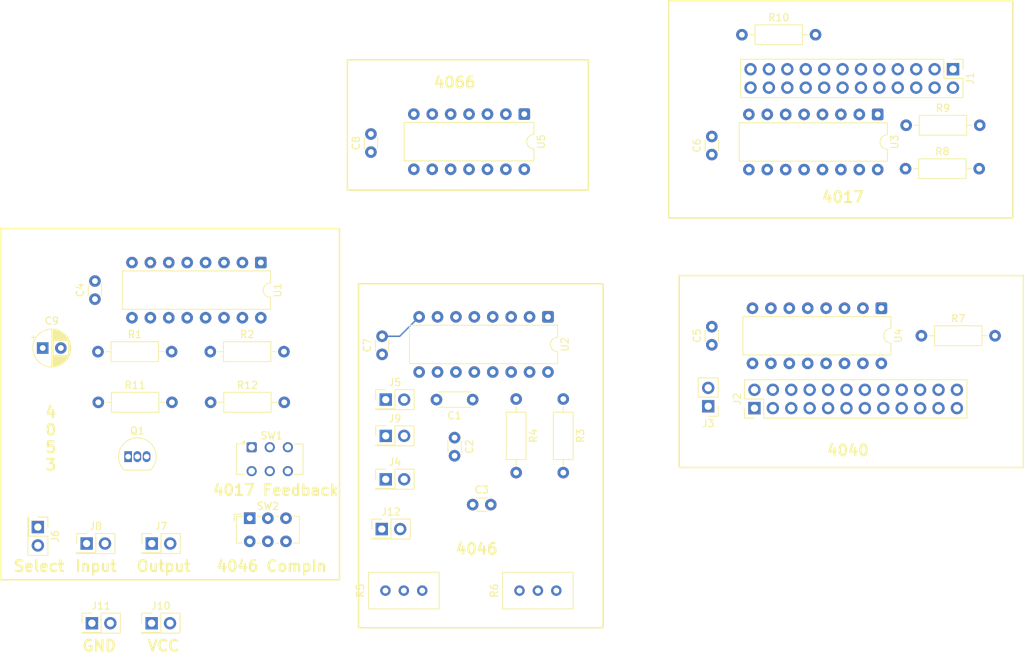
<source format=kicad_pcb>
(kicad_pcb (version 20241229) (generator "pcbnew") (generator_version "9.0")
  (layers (0 "F.Cu" signal) (2 "B.Cu" signal) (13 "F.Paste" user) (15 "B.Paste" user) (5 "F.SilkS" user "F.Silkscreen") (7 "B.SilkS" user "B.Silkscreen") (1 "F.Mask" user) (3 "B.Mask" user) (25 "Edge.Cuts" user))
  (net 0 "")
  (net 1 "Net-(U1-INH)")
  (net 2 "GND")
  (net 3 "Net-(U2-SigIn)")
  (net 4 "Net-(C3-Pad2)")
  (net 5 "/4040/Clock")
  (net 6 "/4040/Reset")
  (net 7 "/4046/SigIn")
  (net 13 "Net-(J1-Pin_13)")
  (net 15 "Net-(U2-C2)")
  (net 16 "Net-(U2-C1)")
  (net 17 "Net-(J1-Pin_24)")
  (net 18 "/4046/Comp")
  (net 26 "/4053/Select")
  (net 27 "Net-(U2-Inh)")
  (net 28 "Net-(U2-R1)")
  (net 31 "Net-(U2-VCOin)")
  (net 35 "VCC")
  (net 37 "Net-(U2-PC2)")
  (net 38 "/4017/Reset")
  (net 39 "/4017/ClockEnable")
  (net 40 "/4017/Clock")
  (net 41 "/4053/A")
  (net 44 "/4053/C")
  (net 45 "VDD")
  (net 46 "/4053/C1")
  (net 47 "/4053/B")
  (net 49 "/4053/B1")
  (net 50 "/4017/Q1")
  (net 51 "/4017/Q2")
  (net 52 "/4017/Q6")
  (net 53 "/4017/Q7")
  (net 54 "/4017/Q8")
  (net 55 "/4017/Q0")
  (net 56 "/4017/Q5")
  (net 57 "/4017/Q3")
  (net 58 "/4017/Q4")
  (net 59 "/4017/Q10")
  (net 60 "/4017/Q9")
  (net 62 "/4040/Q0")
  (net 63 "/4040/Q11")
  (net 64 "/4040/Q7")
  (net 65 "/4040/Q3")
  (net 66 "/4040/Q9")
  (net 67 "/4040/Q4")
  (net 68 "/4040/Q8")
  (net 69 "/4040/Q5")
  (net 70 "/4040/Q1")
  (net 71 "/4040/Q2")
  (net 72 "/4040/Q6")
  (net 73 "/4040/Q10")
  (net 88 "Net-(Q1-C)")
  (net 89 "/4066/Aen")
  (net 90 "Net-(Q1-B)")
  (net 91 "/4066/B2")
  (net 92 "/4066/Ben")
  (net 93 "/4066/B1")
  (net 94 "/4066/A2")
  (net 95 "/4066/A1")
  (footprint "Capacitor_THT:C_Disc_D4.3mm_W1.9mm_P5.00mm" (layer "F.Cu") (at 153.5 120.625 180)
    (property "Reference" "C1" (at 2.5 -2.2 0) (layer "F.SilkS"))
    (property "Value" "C1")
    (pad "1" thru_hole circle (at 0 0 180) (size 1.6 1.6) (drill 0.8) (layers "*.Cu" "*.Mask") (net 16 "Net-(U2-C1)"))
    (pad "2" thru_hole circle (at 5 0 180) (size 1.6 1.6) (drill 0.8) (layers "*.Cu" "*.Mask") (net 15 "Net-(U2-C2)"))
  )
  (footprint "Connector_PinHeader_2.54mm:PinHeader_2x01_P2.54mm_Vertical" (layer "F.Cu") (at 109.195 151.5)
    (property "Reference" "J10" (at 1.27 -2.38 0) (layer "F.SilkS"))
    (property "Value" "VCC")
    (pad "1" thru_hole rect (at 0 0) (size 1.7 1.7) (drill 1) (layers "*.Cu" "*.Mask"))
    (pad "2" thru_hole circle (at 2.54 0) (size 1.7 1.7) (drill 1) (layers "*.Cu" "*.Mask") (net 35 "VCC"))
  )
  (footprint "Package_DIP:DIP-14_W7.62mm" (layer "F.Cu") (at 160.62 81.195 -90)
    (property "Reference" "U5" (at 3.81 -2.33 90) (layer "F.SilkS"))
    (property "Value" "CD4066BE")
    (pad "1" thru_hole roundrect (at 0 0 270) (size 1.6 1.6) (drill 0.8) (layers "*.Cu" "*.Mask") (roundrect_rratio 0.15625) (net 95 "/4066/A1"))
    (pad "2" thru_hole circle (at 0 2.54 270) (size 1.6 1.6) (drill 0.8) (layers "*.Cu" "*.Mask") (net 94 "/4066/A2"))
    (pad "3" thru_hole circle (at 0 5.08 270) (size 1.6 1.6) (drill 0.8) (layers "*.Cu" "*.Mask") (net 91 "/4066/B2"))
    (pad "4" thru_hole circle (at 0 7.62 270) (size 1.6 1.6) (drill 0.8) (layers "*.Cu" "*.Mask") (net 93 "/4066/B1"))
    (pad "5" thru_hole circle (at 0 10.16 270) (size 1.6 1.6) (drill 0.8) (layers "*.Cu" "*.Mask") (net 92 "/4066/Ben"))
    (pad "6" thru_hole circle (at 0 12.7 270) (size 1.6 1.6) (drill 0.8) (layers "*.Cu" "*.Mask") (net 35 "VCC"))
    (pad "7" thru_hole circle (at 0 15.24 270) (size 1.6 1.6) (drill 0.8) (layers "*.Cu" "*.Mask") (net 2 "GND"))
    (pad "8" thru_hole circle (at 7.62 15.24 270) (size 1.6 1.6) (drill 0.8) (layers "*.Cu" "*.Mask") (net 49 "/4053/B1"))
    (pad "9" thru_hole circle (at 7.62 12.7 270) (size 1.6 1.6) (drill 0.8) (layers "*.Cu" "*.Mask") (net 46 "/4053/C1"))
    (pad "10" thru_hole circle (at 7.62 10.16 270) (size 1.6 1.6) (drill 0.8) (layers "*.Cu" "*.Mask") (net 40 "/4017/Clock"))
    (pad "11" thru_hole circle (at 7.62 7.62 270) (size 1.6 1.6) (drill 0.8) (layers "*.Cu" "*.Mask") (net 5 "/4040/Clock"))
    (pad "12" thru_hole circle (at 7.62 5.08 270) (size 1.6 1.6) (drill 0.8) (layers "*.Cu" "*.Mask") (net 26 "/4053/Select"))
    (pad "13" thru_hole circle (at 7.62 2.54 270) (size 1.6 1.6) (drill 0.8) (layers "*.Cu" "*.Mask") (net 89 "/4066/Aen"))
    (pad "14" thru_hole circle (at 7.62 0 270) (size 1.6 1.6) (drill 0.8) (layers "*.Cu" "*.Mask") (net 45 "VDD"))
  )
  (footprint "Resistor_THT:R_Axial_DIN0207_L6.3mm_D2.5mm_P10.16mm_Horizontal" (layer "F.Cu") (at 117.34 121)
    (property "Reference" "R12" (at 5.08 -2.37 0) (layer "F.SilkS"))
    (property "Value" "100k")
    (pad "1" thru_hole circle (at 0 0) (size 1.6 1.6) (drill 0.8) (layers "*.Cu" "*.Mask") (net 26 "/4053/Select"))
    (pad "2" thru_hole oval (at 10.16 0) (size 1.6 1.6) (drill 0.8) (layers "*.Cu" "*.Mask") (net 90 "Net-(Q1-B)"))
  )
  (footprint "Package_DIP:DIP-16_W7.62mm" (layer "F.Cu") (at 209.39 81.235 -90)
    (property "Reference" "U3" (at 3.81 -2.33 90) (layer "F.SilkS"))
    (property "Value" "4017")
    (pad "1" thru_hole roundrect (at 0 0 270) (size 1.6 1.6) (drill 0.8) (layers "*.Cu" "*.Mask") (roundrect_rratio 0.15625) (net 56 "/4017/Q5"))
    (pad "2" thru_hole circle (at 0 2.54 270) (size 1.6 1.6) (drill 0.8) (layers "*.Cu" "*.Mask") (net 50 "/4017/Q1"))
    (pad "3" thru_hole circle (at 0 5.08 270) (size 1.6 1.6) (drill 0.8) (layers "*.Cu" "*.Mask") (net 55 "/4017/Q0"))
    (pad "4" thru_hole circle (at 0 7.62 270) (size 1.6 1.6) (drill 0.8) (layers "*.Cu" "*.Mask") (net 51 "/4017/Q2"))
    (pad "5" thru_hole circle (at 0 10.16 270) (size 1.6 1.6) (drill 0.8) (layers "*.Cu" "*.Mask") (net 52 "/4017/Q6"))
    (pad "6" thru_hole circle (at 0 12.7 270) (size 1.6 1.6) (drill 0.8) (layers "*.Cu" "*.Mask") (net 53 "/4017/Q7"))
    (pad "7" thru_hole circle (at 0 15.24 270) (size 1.6 1.6) (drill 0.8) (layers "*.Cu" "*.Mask") (net 57 "/4017/Q3"))
    (pad "8" thru_hole circle (at 0 17.78 270) (size 1.6 1.6) (drill 0.8) (layers "*.Cu" "*.Mask"))
    (pad "9" thru_hole circle (at 7.62 17.78 270) (size 1.6 1.6) (drill 0.8) (layers "*.Cu" "*.Mask") (net 54 "/4017/Q8"))
    (pad "10" thru_hole circle (at 7.62 15.24 270) (size 1.6 1.6) (drill 0.8) (layers "*.Cu" "*.Mask") (net 58 "/4017/Q4"))
    (pad "11" thru_hole circle (at 7.62 12.7 270) (size 1.6 1.6) (drill 0.8) (layers "*.Cu" "*.Mask") (net 60 "/4017/Q9"))
    (pad "12" thru_hole circle (at 7.62 10.16 270) (size 1.6 1.6) (drill 0.8) (layers "*.Cu" "*.Mask") (net 59 "/4017/Q10"))
    (pad "13" thru_hole circle (at 7.62 7.62 270) (size 1.6 1.6) (drill 0.8) (layers "*.Cu" "*.Mask") (net 39 "/4017/ClockEnable"))
    (pad "14" thru_hole circle (at 7.62 5.08 270) (size 1.6 1.6) (drill 0.8) (layers "*.Cu" "*.Mask") (net 40 "/4017/Clock"))
    (pad "15" thru_hole circle (at 7.62 2.54 270) (size 1.6 1.6) (drill 0.8) (layers "*.Cu" "*.Mask") (net 38 "/4017/Reset"))
    (pad "16" thru_hole circle (at 7.62 0 270) (size 1.6 1.6) (drill 0.8) (layers "*.Cu" "*.Mask") (net 35 "VCC"))
  )
  (footprint "Resistor_THT:R_Axial_DIN0207_L6.3mm_D2.5mm_P10.16mm_Horizontal" (layer "F.Cu") (at 101.795 114)
    (property "Reference" "R1" (at 5.08 -2.37 0) (layer "F.SilkS"))
    (property "Value" "100K")
    (pad "1" thru_hole circle (at 0 0) (size 1.6 1.6) (drill 0.8) (layers "*.Cu" "*.Mask") (net 1 "Net-(U1-INH)"))
    (pad "2" thru_hole oval (at 10.16 0) (size 1.6 1.6) (drill 0.8) (layers "*.Cu" "*.Mask") (net 2 "GND"))
  )
  (footprint "Resistor_THT:R_Axial_DIN0207_L6.3mm_D2.5mm_P10.16mm_Horizontal" (layer "F.Cu") (at 190.65 70.235)
    (property "Reference" "R10" (at 5.08 -2.37 0) (layer "F.SilkS"))
    (property "Value" "100K")
    (pad "1" thru_hole circle (at 0 0) (size 1.6 1.6) (drill 0.8) (layers "*.Cu" "*.Mask") (net 40 "/4017/Clock"))
    (pad "2" thru_hole oval (at 10.16 0) (size 1.6 1.6) (drill 0.8) (layers "*.Cu" "*.Mask") (net 2 "GND"))
  )
  (footprint "Resistor_THT:R_Axial_DIN0207_L6.3mm_D2.5mm_P10.16mm_Horizontal" (layer "F.Cu") (at 213.23 88.735)
    (property "Reference" "R8" (at 5.08 -2.37 0) (layer "F.SilkS"))
    (property "Value" "100K")
    (pad "1" thru_hole circle (at 0 0) (size 1.6 1.6) (drill 0.8) (layers "*.Cu" "*.Mask") (net 38 "/4017/Reset"))
    (pad "2" thru_hole oval (at 10.16 0) (size 1.6 1.6) (drill 0.8) (layers "*.Cu" "*.Mask") (net 2 "GND"))
  )
  (footprint "Capacitor_THT:C_Disc_D3.0mm_W1.6mm_P2.50mm" (layer "F.Cu") (at 151 125.875 -90)
    (property "Reference" "C2" (at 1.25 -2.05 90) (layer "F.SilkS"))
    (property "Value" "1uF")
    (pad "1" thru_hole circle (at 0 0 270) (size 1.6 1.6) (drill 0.8) (layers "*.Cu" "*.Mask") (net 3 "Net-(U2-SigIn)"))
    (pad "2" thru_hole circle (at 2.5 0 270) (size 1.6 1.6) (drill 0.8) (layers "*.Cu" "*.Mask") (net 7 "/4046/SigIn"))
  )
  (footprint "Resistor_THT:R_Axial_DIN0207_L6.3mm_D2.5mm_P10.16mm_Horizontal" (layer "F.Cu") (at 215.42 111.805)
    (property "Reference" "R7" (at 5.08 -2.37 0) (layer "F.SilkS"))
    (property "Value" "100K")
    (pad "1" thru_hole circle (at 0 0) (size 1.6 1.6) (drill 0.8) (layers "*.Cu" "*.Mask") (net 6 "/4040/Reset"))
    (pad "2" thru_hole oval (at 10.16 0) (size 1.6 1.6) (drill 0.8) (layers "*.Cu" "*.Mask") (net 2 "GND"))
  )
  (footprint "Potentiometer_THT:Potentiometer_Bourns_3386C_Horizontal" (layer "F.Cu") (at 159.96 147 90)
    (property "Reference" "R6" (at 0 -3.475 90) (layer "F.SilkS"))
    (property "Value" "R6")
    (pad "1" thru_hole circle (at 0 0 90) (size 1.44 1.44) (drill 0.8) (layers "*.Cu" "*.Mask") (net 31 "Net-(U2-VCOin)"))
    (pad "2" thru_hole circle (at 0 2.54 90) (size 1.44 1.44) (drill 0.8) (layers "*.Cu" "*.Mask") (net 4 "Net-(C3-Pad2)"))
    (pad "3" thru_hole circle (at 0 5.08 90) (size 1.44 1.44) (drill 0.8) (layers "*.Cu" "*.Mask") (net 4 "Net-(C3-Pad2)"))
  )
  (footprint "Connector_PinHeader_2.54mm:PinHeader_2x01_P2.54mm_Vertical" (layer "F.Cu") (at 141.5 120.625)
    (property "Reference" "J5" (at 1.27 -2.38 0) (layer "F.SilkS"))
    (property "Value" "4046 Comp")
    (pad "1" thru_hole rect (at 0 0) (size 1.7 1.7) (drill 1) (layers "*.Cu" "*.Mask"))
    (pad "2" thru_hole circle (at 2.54 0) (size 1.7 1.7) (drill 1) (layers "*.Cu" "*.Mask") (net 18 "/4046/Comp"))
  )
  (footprint "Package_DIP:DIP-16_W7.62mm" (layer "F.Cu") (at 163.89 109.195 -90)
    (property "Reference" "U2" (at 3.81 -2.33 90) (layer "F.SilkS"))
    (property "Value" "4046")
    (pad "1" thru_hole roundrect (at 0 0 270) (size 1.6 1.6) (drill 0.8) (layers "*.Cu" "*.Mask") (roundrect_rratio 0.15625))
    (pad "2" thru_hole circle (at 0 2.54 270) (size 1.6 1.6) (drill 0.8) (layers "*.Cu" "*.Mask"))
    (pad "3" thru_hole circle (at 0 5.08 270) (size 1.6 1.6) (drill 0.8) (layers "*.Cu" "*.Mask") (net 18 "/4046/Comp"))
    (pad "4" thru_hole circle (at 0 7.62 270) (size 1.6 1.6) (drill 0.8) (layers "*.Cu" "*.Mask") (net 5 "/4040/Clock"))
    (pad "5" thru_hole circle (at 0 10.16 270) (size 1.6 1.6) (drill 0.8) (layers "*.Cu" "*.Mask") (net 27 "Net-(U2-Inh)"))
    (pad "6" thru_hole circle (at 0 12.7 270) (size 1.6 1.6) (drill 0.8) (layers "*.Cu" "*.Mask") (net 16 "Net-(U2-C1)"))
    (pad "7" thru_hole circle (at 0 15.24 270) (size 1.6 1.6) (drill 0.8) (layers "*.Cu" "*.Mask") (net 15 "Net-(U2-C2)"))
    (pad "8" thru_hole circle (at 0 17.78 270) (size 1.6 1.6) (drill 0.8) (layers "*.Cu" "*.Mask") (net 2 "GND"))
    (pad "9" thru_hole circle (at 7.62 17.78 270) (size 1.6 1.6) (drill 0.8) (layers "*.Cu" "*.Mask") (net 31 "Net-(U2-VCOin)"))
    (pad "10" thru_hole circle (at 7.62 15.24 270) (size 1.6 1.6) (drill 0.8) (layers "*.Cu" "*.Mask"))
    (pad "11" thru_hole circle (at 7.62 12.7 270) (size 1.6 1.6) (drill 0.8) (layers "*.Cu" "*.Mask") (net 28 "Net-(U2-R1)"))
    (pad "12" thru_hole circle (at 7.62 10.16 270) (size 1.6 1.6) (drill 0.8) (layers "*.Cu" "*.Mask"))
    (pad "13" thru_hole circle (at 7.62 7.62 270) (size 1.6 1.6) (drill 0.8) (layers "*.Cu" "*.Mask") (net 37 "Net-(U2-PC2)"))
    (pad "14" thru_hole circle (at 7.62 5.08 270) (size 1.6 1.6) (drill 0.8) (layers "*.Cu" "*.Mask") (net 3 "Net-(U2-SigIn)"))
    (pad "15" thru_hole circle (at 7.62 2.54 270) (size 1.6 1.6) (drill 0.8) (layers "*.Cu" "*.Mask"))
    (pad "16" thru_hole circle (at 7.62 0 270) (size 1.6 1.6) (drill 0.8) (layers "*.Cu" "*.Mask") (net 35 "VCC"))
  )
  (footprint "Package_DIP:DIP-16_W7.62mm" (layer "F.Cu") (at 124.265 101.695 -90)
    (property "Reference" "U1" (at 3.81 -2.33 90) (layer "F.SilkS"))
    (property "Value" "CD4053B")
    (pad "1" thru_hole roundrect (at 0 0 270) (size 1.6 1.6) (drill 0.8) (layers "*.Cu" "*.Mask") (roundrect_rratio 0.15625) (net 49 "/4053/B1"))
    (pad "2" thru_hole circle (at 0 2.54 270) (size 1.6 1.6) (drill 0.8) (layers "*.Cu" "*.Mask") (net 7 "/4046/SigIn"))
    (pad "3" thru_hole circle (at 0 5.08 270) (size 1.6 1.6) (drill 0.8) (layers "*.Cu" "*.Mask") (net 46 "/4053/C1"))
    (pad "4" thru_hole circle (at 0 7.62 270) (size 1.6 1.6) (drill 0.8) (layers "*.Cu" "*.Mask") (net 44 "/4053/C"))
    (pad "5" thru_hole circle (at 0 10.16 270) (size 1.6 1.6) (drill 0.8) (layers "*.Cu" "*.Mask") (net 5 "/4040/Clock"))
    (pad "6" thru_hole circle (at 0 12.7 270) (size 1.6 1.6) (drill 0.8) (layers "*.Cu" "*.Mask") (net 1 "Net-(U1-INH)"))
    (pad "7" thru_hole circle (at 0 15.24 270) (size 1.6 1.6) (drill 0.8) (layers "*.Cu" "*.Mask") (net 2 "GND"))
    (pad "8" thru_hole circle (at 0 17.78 270) (size 1.6 1.6) (drill 0.8) (layers "*.Cu" "*.Mask") (net 2 "GND"))
    (pad "9" thru_hole circle (at 7.62 17.78 270) (size 1.6 1.6) (drill 0.8) (layers "*.Cu" "*.Mask") (net 26 "/4053/Select"))
    (pad "10" thru_hole circle (at 7.62 15.24 270) (size 1.6 1.6) (drill 0.8) (layers "*.Cu" "*.Mask") (net 26 "/4053/Select"))
    (pad "11" thru_hole circle (at 7.62 12.7 270) (size 1.6 1.6) (drill 0.8) (layers "*.Cu" "*.Mask") (net 26 "/4053/Select"))
    (pad "12" thru_hole circle (at 7.62 10.16 270) (size 1.6 1.6) (drill 0.8) (layers "*.Cu" "*.Mask") (net 40 "/4017/Clock"))
    (pad "13" thru_hole circle (at 7.62 7.62 270) (size 1.6 1.6) (drill 0.8) (layers "*.Cu" "*.Mask") (net 7 "/4046/SigIn"))
    (pad "14" thru_hole circle (at 7.62 5.08 270) (size 1.6 1.6) (drill 0.8) (layers "*.Cu" "*.Mask") (net 41 "/4053/A"))
    (pad "15" thru_hole circle (at 7.62 2.54 270) (size 1.6 1.6) (drill 0.8) (layers "*.Cu" "*.Mask") (net 47 "/4053/B"))
    (pad "16" thru_hole circle (at 7.62 0 270) (size 1.6 1.6) (drill 0.8) (layers "*.Cu" "*.Mask") (net 45 "VDD"))
  )
  (footprint "Capacitor_THT:C_Disc_D3.0mm_W1.6mm_P2.50mm" (layer "F.Cu") (at 139.46 86.445 90)
    (property "Reference" "C8" (at 1.25 -2.05 90) (layer "F.SilkS"))
    (property "Value" "100nF")
    (pad "1" thru_hole circle (at 0 0 90) (size 1.6 1.6) (drill 0.8) (layers "*.Cu" "*.Mask") (net 35 "VCC"))
    (pad "2" thru_hole circle (at 2.5 0 90) (size 1.6 1.6) (drill 0.8) (layers "*.Cu" "*.Mask") (net 2 "GND"))
  )
  (footprint "Connector_PinHeader_2.54mm:PinHeader_2x01_P2.54mm_Vertical" (layer "F.Cu") (at 109.225 140.5)
    (property "Reference" "J7" (at 1.27 -2.38 0) (layer "F.SilkS"))
    (property "Value" "Output")
    (pad "1" thru_hole rect (at 0 0) (size 1.7 1.7) (drill 1) (layers "*.Cu" "*.Mask") (net 44 "/4053/C"))
    (pad "2" thru_hole circle (at 2.54 0) (size 1.7 1.7) (drill 1) (layers "*.Cu" "*.Mask"))
  )
  (footprint "Capacitor_THT:C_Disc_D3.0mm_W1.6mm_P2.50mm" (layer "F.Cu") (at 101.375 106.75 90)
    (property "Reference" "C4" (at 1.25 -2.05 90) (layer "F.SilkS"))
    (property "Value" "100nF")
    (pad "1" thru_hole circle (at 0 0 90) (size 1.6 1.6) (drill 0.8) (layers "*.Cu" "*.Mask") (net 35 "VCC"))
    (pad "2" thru_hole circle (at 2.5 0 90) (size 1.6 1.6) (drill 0.8) (layers "*.Cu" "*.Mask") (net 2 "GND"))
  )
  (footprint "Button_Switch_THT:SW_E-Switch_EG1271_SPDT" (layer "F.Cu") (at 122.735 137)
    (property "Reference" "SW2" (at 2.5 -1.65 0) (layer "F.SilkS"))
    (property "Value" "4046 CompIn")
    (pad "1" thru_hole rect (at 0 0) (size 1.6 1.6) (drill 0.8) (layers "*.Cu" "*.Mask") (net 49 "/4053/B1"))
    (pad "2" thru_hole circle (at 2.5 0) (size 1.6 1.6) (drill 0.8) (layers "*.Cu" "*.Mask") (net 18 "/4046/Comp"))
    (pad "3" thru_hole circle (at 5 0) (size 1.6 1.6) (drill 0.8) (layers "*.Cu" "*.Mask"))
    (pad "4" thru_hole circle (at 0 3.2) (size 1.6 1.6) (drill 0.8) (layers "*.Cu" "*.Mask"))
    (pad "5" thru_hole circle (at 2.5 3.2) (size 1.6 1.6) (drill 0.8) (layers "*.Cu" "*.Mask"))
    (pad "6" thru_hole circle (at 5 3.2) (size 1.6 1.6) (drill 0.8) (layers "*.Cu" "*.Mask"))
  )
  (footprint "Connector_PinHeader_2.54mm:PinHeader_2x01_P2.54mm_Vertical" (layer "F.Cu") (at 141.5 125.625)
    (property "Reference" "J9" (at 1.27 -2.38 0) (layer "F.SilkS"))
    (property "Value" "4046 SigIn")
    (pad "1" thru_hole rect (at 0 0) (size 1.7 1.7) (drill 1) (layers "*.Cu" "*.Mask"))
    (pad "2" thru_hole circle (at 2.54 0) (size 1.7 1.7) (drill 1) (layers "*.Cu" "*.Mask") (net 7 "/4046/SigIn"))
  )
  (footprint "Connector_PinHeader_2.54mm:PinHeader_1x02_P2.54mm_Vertical" (layer "F.Cu") (at 186 121.54 180)
    (property "Reference" "J3" (at 0 -2.38 0) (layer "F.SilkS"))
    (property "Value" "4040 Input")
    (pad "1" thru_hole rect (at 0 0 180) (size 1.7 1.7) (drill 1) (layers "*.Cu" "*.Mask") (net 5 "/4040/Clock"))
    (pad "2" thru_hole circle (at 0 2.54 180) (size 1.7 1.7) (drill 1) (layers "*.Cu" "*.Mask") (net 6 "/4040/Reset"))
  )
  (footprint "Resistor_THT:R_Axial_DIN0207_L6.3mm_D2.5mm_P10.16mm_Horizontal" (layer "F.Cu") (at 117.295 114)
    (property "Reference" "R2" (at 5.08 -2.37 0) (layer "F.SilkS"))
    (property "Value" "100K")
    (pad "1" thru_hole circle (at 0 0) (size 1.6 1.6) (drill 0.8) (layers "*.Cu" "*.Mask") (net 26 "/4053/Select"))
    (pad "2" thru_hole oval (at 10.16 0) (size 1.6 1.6) (drill 0.8) (layers "*.Cu" "*.Mask") (net 2 "GND"))
  )
  (footprint "Capacitor_THT:C_Disc_D3.0mm_W1.6mm_P2.50mm" (layer "F.Cu") (at 186.5 86.79 90)
    (property "Reference" "C6" (at 1.25 -2.05 90) (layer "F.SilkS"))
    (property "Value" "100nF")
    (pad "1" thru_hole circle (at 0 0 90) (size 1.6 1.6) (drill 0.8) (layers "*.Cu" "*.Mask") (net 35 "VCC"))
    (pad "2" thru_hole circle (at 2.5 0 90) (size 1.6 1.6) (drill 0.8) (layers "*.Cu" "*.Mask") (net 2 "GND"))
  )
  (footprint "Resistor_THT:R_Axial_DIN0207_L6.3mm_D2.5mm_P10.16mm_Horizontal" (layer "F.Cu") (at 213.31 82.735)
    (property "Reference" "R9" (at 5.08 -2.37 0) (layer "F.SilkS"))
    (property "Value" "100K")
    (pad "1" thru_hole circle (at 0 0) (size 1.6 1.6) (drill 0.8) (layers "*.Cu" "*.Mask") (net 39 "/4017/ClockEnable"))
    (pad "2" thru_hole oval (at 10.16 0) (size 1.6 1.6) (drill 0.8) (layers "*.Cu" "*.Mask") (net 2 "GND"))
  )
  (footprint "Connector_PinHeader_2.54mm:PinHeader_2x01_P2.54mm_Vertical" (layer "F.Cu") (at 100.96 151.5)
    (property "Reference" "J11" (at 1.27 -2.38 0) (layer "F.SilkS"))
    (property "Value" "GND")
    (pad "1" thru_hole rect (at 0 0) (size 1.7 1.7) (drill 1) (layers "*.Cu" "*.Mask") (net 2 "GND"))
    (pad "2" thru_hole circle (at 2.54 0) (size 1.7 1.7) (drill 1) (layers "*.Cu" "*.Mask"))
  )
  (footprint "Package_DIP:DIP-16_W7.62mm" (layer "F.Cu") (at 209.89 108 -90)
    (property "Reference" "U4" (at 3.81 -2.33 90) (layer "F.SilkS"))
    (property "Value" "4040")
    (pad "1" thru_hole roundrect (at 0 0 270) (size 1.6 1.6) (drill 0.8) (layers "*.Cu" "*.Mask") (roundrect_rratio 0.15625) (net 63 "/4040/Q11"))
    (pad "2" thru_hole circle (at 0 2.54 270) (size 1.6 1.6) (drill 0.8) (layers "*.Cu" "*.Mask") (net 69 "/4040/Q5"))
    (pad "3" thru_hole circle (at 0 5.08 270) (size 1.6 1.6) (drill 0.8) (layers "*.Cu" "*.Mask") (net 67 "/4040/Q4"))
    (pad "4" thru_hole circle (at 0 7.62 270) (size 1.6 1.6) (drill 0.8) (layers "*.Cu" "*.Mask") (net 72 "/4040/Q6"))
    (pad "5" thru_hole circle (at 0 10.16 270) (size 1.6 1.6) (drill 0.8) (layers "*.Cu" "*.Mask") (net 65 "/4040/Q3"))
    (pad "6" thru_hole circle (at 0 12.7 270) (size 1.6 1.6) (drill 0.8) (layers "*.Cu" "*.Mask") (net 71 "/4040/Q2"))
    (pad "7" thru_hole circle (at 0 15.24 270) (size 1.6 1.6) (drill 0.8) (layers "*.Cu" "*.Mask") (net 70 "/4040/Q1"))
    (pad "8" thru_hole circle (at 0 17.78 270) (size 1.6 1.6) (drill 0.8) (layers "*.Cu" "*.Mask") (net 2 "GND"))
    (pad "9" thru_hole circle (at 7.62 17.78 270) (size 1.6 1.6) (drill 0.8) (layers "*.Cu" "*.Mask") (net 62 "/4040/Q0"))
    (pad "10" thru_hole circle (at 7.62 15.24 270) (size 1.6 1.6) (drill 0.8) (layers "*.Cu" "*.Mask") (net 5 "/4040/Clock"))
    (pad "11" thru_hole circle (at 7.62 12.7 270) (size 1.6 1.6) (drill 0.8) (layers "*.Cu" "*.Mask") (net 6 "/4040/Reset"))
    (pad "12" thru_hole circle (at 7.62 10.16 270) (size 1.6 1.6) (drill 0.8) (layers "*.Cu" "*.Mask") (net 68 "/4040/Q8"))
    (pad "13" thru_hole circle (at 7.62 7.62 270) (size 1.6 1.6) (drill 0.8) (layers "*.Cu" "*.Mask") (net 64 "/4040/Q7"))
    (pad "14" thru_hole circle (at 7.62 5.08 270) (size 1.6 1.6) (drill 0.8) (layers "*.Cu" "*.Mask") (net 66 "/4040/Q9"))
    (pad "15" thru_hole circle (at 7.62 2.54 270) (size 1.6 1.6) (drill 0.8) (layers "*.Cu" "*.Mask") (net 73 "/4040/Q10"))
    (pad "16" thru_hole circle (at 7.62 0 270) (size 1.6 1.6) (drill 0.8) (layers "*.Cu" "*.Mask") (net 35 "VCC"))
  )
  (footprint "Connector_PinHeader_2.54mm:PinHeader_2x01_P2.54mm_Vertical" (layer "F.Cu") (at 93.5 138.225 -90)
    (property "Reference" "J6" (at 1.27 -2.38 90) (layer "F.SilkS"))
    (property "Value" "Select")
    (pad "1" thru_hole rect (at 0 0 270) (size 1.7 1.7) (drill 1) (layers "*.Cu" "*.Mask"))
    (pad "2" thru_hole circle (at 2.54 0 270) (size 1.7 1.7) (drill 1) (layers "*.Cu" "*.Mask") (net 26 "/4053/Select"))
  )
  (footprint "Button_Switch_THT:SW_CK_JS202011CQN_DPDT_Straight" (layer "F.Cu") (at 123 127.2)
    (property "Reference" "SW1" (at 2.75 -1.6 0) (layer "F.SilkS"))
    (property "Value" "4017 Feedback")
    (pad "1" thru_hole roundrect (at 0 0) (size 1.4 1.4) (drill 0.9) (layers "*.Cu" "*.Mask") (roundrect_rratio 0.1785714286) (net 17 "Net-(J1-Pin_24)"))
    (pad "2" thru_hole circle (at 2.5 0) (size 1.4 1.4) (drill 0.9) (layers "*.Cu" "*.Mask") (net 47 "/4053/B"))
    (pad "3" thru_hole circle (at 5 0) (size 1.4 1.4) (drill 0.9) (layers "*.Cu" "*.Mask") (net 13 "Net-(J1-Pin_13)"))
    (pad "4" thru_hole circle (at 5 3.3) (size 1.4 1.4) (drill 0.9) (layers "*.Cu" "*.Mask"))
    (pad "5" thru_hole circle (at 2.5 3.3) (size 1.4 1.4) (drill 0.9) (layers "*.Cu" "*.Mask"))
    (pad "6" thru_hole circle (at 0 3.3) (size 1.4 1.4) (drill 0.9) (layers "*.Cu" "*.Mask"))
  )
  (footprint "Connector_PinHeader_2.54mm:PinHeader_2x12_P2.54mm_Vertical" (layer "F.Cu") (at 192.38 121.805 90)
    (property "Reference" "J2" (at 1.27 -2.38 90) (layer "F.SilkS"))
    (property "Value" "4040 Out")
    (pad "1" thru_hole rect (at 0 0 90) (size 1.7 1.7) (drill 1) (layers "*.Cu" "*.Mask") (net 62 "/4040/Q0"))
    (pad "2" thru_hole circle (at 2.54 0 90) (size 1.7 1.7) (drill 1) (layers "*.Cu" "*.Mask") (net 70 "/4040/Q1"))
    (pad "3" thru_hole circle (at 0 2.54 90) (size 1.7 1.7) (drill 1) (layers "*.Cu" "*.Mask") (net 71 "/4040/Q2"))
    (pad "4" thru_hole circle (at 2.54 2.54 90) (size 1.7 1.7) (drill 1) (layers "*.Cu" "*.Mask") (net 65 "/4040/Q3"))
    (pad "5" thru_hole circle (at 0 5.08 90) (size 1.7 1.7) (drill 1) (layers "*.Cu" "*.Mask") (net 67 "/4040/Q4"))
    (pad "6" thru_hole circle (at 2.54 5.08 90) (size 1.7 1.7) (drill 1) (layers "*.Cu" "*.Mask") (net 69 "/4040/Q5"))
    (pad "7" thru_hole circle (at 0 7.62 90) (size 1.7 1.7) (drill 1) (layers "*.Cu" "*.Mask") (net 72 "/4040/Q6"))
    (pad "8" thru_hole circle (at 2.54 7.62 90) (size 1.7 1.7) (drill 1) (layers "*.Cu" "*.Mask") (net 64 "/4040/Q7"))
    (pad "9" thru_hole circle (at 0 10.16 90) (size 1.7 1.7) (drill 1) (layers "*.Cu" "*.Mask") (net 68 "/4040/Q8"))
    (pad "10" thru_hole circle (at 2.54 10.16 90) (size 1.7 1.7) (drill 1) (layers "*.Cu" "*.Mask") (net 66 "/4040/Q9"))
    (pad "11" thru_hole circle (at 0 12.7 90) (size 1.7 1.7) (drill 1) (layers "*.Cu" "*.Mask") (net 73 "/4040/Q10"))
    (pad "12" thru_hole circle (at 2.54 12.7 90) (size 1.7 1.7) (drill 1) (layers "*.Cu" "*.Mask") (net 63 "/4040/Q11"))
    (pad "13" thru_hole circle (at 0 15.24 90) (size 1.7 1.7) (drill 1) (layers "*.Cu" "*.Mask"))
    (pad "14" thru_hole circle (at 2.54 15.24 90) (size 1.7 1.7) (drill 1) (layers "*.Cu" "*.Mask"))
    (pad "15" thru_hole circle (at 0 17.78 90) (size 1.7 1.7) (drill 1) (layers "*.Cu" "*.Mask") (net 46 "/4053/C1"))
    (pad "16" thru_hole circle (at 2.54 17.78 90) (size 1.7 1.7) (drill 1) (layers "*.Cu" "*.Mask"))
    (pad "17" thru_hole circle (at 0 20.32 90) (size 1.7 1.7) (drill 1) (layers "*.Cu" "*.Mask"))
    (pad "18" thru_hole circle (at 2.54 20.32 90) (size 1.7 1.7) (drill 1) (layers "*.Cu" "*.Mask"))
    (pad "19" thru_hole circle (at 0 22.86 90) (size 1.7 1.7) (drill 1) (layers "*.Cu" "*.Mask"))
    (pad "20" thru_hole circle (at 2.54 22.86 90) (size 1.7 1.7) (drill 1) (layers "*.Cu" "*.Mask"))
    (pad "21" thru_hole circle (at 0 25.4 90) (size 1.7 1.7) (drill 1) (layers "*.Cu" "*.Mask"))
    (pad "22" thru_hole circle (at 2.54 25.4 90) (size 1.7 1.7) (drill 1) (layers "*.Cu" "*.Mask"))
    (pad "23" thru_hole circle (at 0 27.94 90) (size 1.7 1.7) (drill 1) (layers "*.Cu" "*.Mask"))
    (pad "24" thru_hole circle (at 2.54 27.94 90) (size 1.7 1.7) (drill 1) (layers "*.Cu" "*.Mask"))
  )
  (footprint "Potentiometer_THT:Potentiometer_Bourns_3386C_Horizontal" (layer "F.Cu") (at 141.46 147 90)
    (property "Reference" "R5" (at 0 -3.475 90) (layer "F.SilkS"))
    (property "Value" "R5")
    (pad "1" thru_hole circle (at 0 0 90) (size 1.44 1.44) (drill 0.8) (layers "*.Cu" "*.Mask") (net 37 "Net-(U2-PC2)"))
    (pad "2" thru_hole circle (at 0 2.54 90) (size 1.44 1.44) (drill 0.8) (layers "*.Cu" "*.Mask") (net 31 "Net-(U2-VCOin)"))
    (pad "3" thru_hole circle (at 0 5.08 90) (size 1.44 1.44) (drill 0.8) (layers "*.Cu" "*.Mask") (net 31 "Net-(U2-VCOin)"))
  )
  (footprint "Resistor_THT:R_Axial_DIN0207_L6.3mm_D2.5mm_P10.16mm_Horizontal" (layer "F.Cu") (at 101.84 121)
    (property "Reference" "R11" (at 5.08 -2.37 0) (layer "F.SilkS"))
    (property "Value" "10k")
    (pad "1" thru_hole circle (at 0 0) (size 1.6 1.6) (drill 0.8) (layers "*.Cu" "*.Mask") (net 35 "VCC"))
    (pad "2" thru_hole oval (at 10.16 0) (size 1.6 1.6) (drill 0.8) (layers "*.Cu" "*.Mask") (net 88 "Net-(Q1-C)"))
  )
  (footprint "Connector_PinHeader_2.54mm:PinHeader_2x01_P2.54mm_Vertical" (layer "F.Cu") (at 140.96 138.5)
    (property "Reference" "J12" (at 1.27 -2.38 0) (layer "F.SilkS"))
    (property "Value" "4046 Comp In")
    (pad "1" thru_hole rect (at 0 0) (size 1.7 1.7) (drill 1) (layers "*.Cu" "*.Mask") (net 49 "/4053/B1"))
    (pad "2" thru_hole circle (at 2.54 0) (size 1.7 1.7) (drill 1) (layers "*.Cu" "*.Mask"))
  )
  (footprint "Package_TO_SOT_THT:TO-92_Inline" (layer "F.Cu") (at 105.96 128.5)
    (property "Reference" "Q1" (at 1.27 -3.56 0) (layer "F.SilkS"))
    (property "Value" "2N3904")
    (pad "1" thru_hole rect (at 0 0) (size 1.05 1.5) (drill 0.75) (layers "*.Cu" "*.Mask") (net 2 "GND"))
    (pad "2" thru_hole oval (at 1.27 0) (size 1.05 1.5) (drill 0.75) (layers "*.Cu" "*.Mask") (net 90 "Net-(Q1-B)"))
    (pad "3" thru_hole oval (at 2.54 0) (size 1.05 1.5) (drill 0.75) (layers "*.Cu" "*.Mask") (net 88 "Net-(Q1-C)"))
  )
  (footprint "Connector_PinHeader_2.54mm:PinHeader_2x01_P2.54mm_Vertical" (layer "F.Cu") (at 141.5 131.625)
    (property "Reference" "J4" (at 1.27 -2.38 0) (layer "F.SilkS"))
    (property "Value" "4046 Out")
    (pad "1" thru_hole rect (at 0 0) (size 1.7 1.7) (drill 1) (layers "*.Cu" "*.Mask") (net 5 "/4040/Clock"))
    (pad "2" thru_hole circle (at 2.54 0) (size 1.7 1.7) (drill 1) (layers "*.Cu" "*.Mask"))
  )
  (footprint "Resistor_THT:R_Axial_DIN0207_L6.3mm_D2.5mm_P10.16mm_Horizontal" (layer "F.Cu") (at 166 120.545 -90)
    (property "Reference" "R3" (at 5.08 -2.37 90) (layer "F.SilkS"))
    (property "Value" "100K")
    (pad "1" thru_hole circle (at 0 0 270) (size 1.6 1.6) (drill 0.8) (layers "*.Cu" "*.Mask") (net 27 "Net-(U2-Inh)"))
    (pad "2" thru_hole oval (at 10.16 0 270) (size 1.6 1.6) (drill 0.8) (layers "*.Cu" "*.Mask") (net 2 "GND"))
  )
  (footprint "Capacitor_THT:CP_Radial_D5.0mm_P2.50mm" (layer "F.Cu") (at 94.169888 113.5)
    (property "Reference" "C9" (at 1.25 -3.75 0) (layer "F.SilkS"))
    (property "Value" "10uF")
    (pad "1" thru_hole rect (at 0 0) (size 1.6 1.6) (drill 0.8) (layers "*.Cu" "*.Mask") (net 35 "VCC"))
    (pad "2" thru_hole circle (at 2.5 0) (size 1.6 1.6) (drill 0.8) (layers "*.Cu" "*.Mask") (net 2 "GND"))
  )
  (footprint "Capacitor_THT:C_Disc_D3.0mm_W1.6mm_P2.50mm" (layer "F.Cu") (at 141 114.375 90)
    (property "Reference" "C7" (at 1.25 -2.05 90) (layer "F.SilkS"))
    (property "Value" "100nF")
    (pad "1" thru_hole circle (at 0 0 90) (size 1.6 1.6) (drill 0.8) (layers "*.Cu" "*.Mask") (net 35 "VCC"))
    (pad "2" thru_hole circle (at 2.5 0 90) (size 1.6 1.6) (drill 0.8) (layers "*.Cu" "*.Mask") (net 2 "GND"))
  )
  (footprint "Capacitor_THT:C_Disc_D3.0mm_W1.6mm_P2.50mm" (layer "F.Cu") (at 153.5 135.125)
    (property "Reference" "C3" (at 1.25 -2.05 0) (layer "F.SilkS"))
    (property "Value" "1uF")
    (pad "1" thru_hole circle (at 0 0) (size 1.6 1.6) (drill 0.8) (layers "*.Cu" "*.Mask") (net 2 "GND"))
    (pad "2" thru_hole circle (at 2.5 0) (size 1.6 1.6) (drill 0.8) (layers "*.Cu" "*.Mask") (net 4 "Net-(C3-Pad2)"))
  )
  (footprint "Connector_PinHeader_2.54mm:PinHeader_2x01_P2.54mm_Vertical" (layer "F.Cu") (at 100.225 140.5)
    (property "Reference" "J8" (at 1.27 -2.38 0) (layer "F.SilkS"))
    (property "Value" "Input")
    (pad "1" thru_hole rect (at 0 0) (size 1.7 1.7) (drill 1) (layers "*.Cu" "*.Mask"))
    (pad "2" thru_hole circle (at 2.54 0) (size 1.7 1.7) (drill 1) (layers "*.Cu" "*.Mask") (net 41 "/4053/A"))
  )
  (footprint "Capacitor_THT:C_Disc_D3.0mm_W1.6mm_P2.50mm" (layer "F.Cu") (at 186.5 113.055 90)
    (property "Reference" "C5" (at 1.25 -2.05 90) (layer "F.SilkS"))
    (property "Value" "100nF")
    (pad "1" thru_hole circle (at 0 0 90) (size 1.6 1.6) (drill 0.8) (layers "*.Cu" "*.Mask") (net 35 "VCC"))
    (pad "2" thru_hole circle (at 2.5 0 90) (size 1.6 1.6) (drill 0.8) (layers "*.Cu" "*.Mask") (net 2 "GND"))
  )
  (footprint "Resistor_THT:R_Axial_DIN0207_L6.3mm_D2.5mm_P10.16mm_Horizontal" (layer "F.Cu") (at 159.5 120.545 -90)
    (property "Reference" "R4" (at 5.08 -2.37 90) (layer "F.SilkS"))
    (property "Value" "100K")
    (pad "1" thru_hole circle (at 0 0 270) (size 1.6 1.6) (drill 0.8) (layers "*.Cu" "*.Mask") (net 28 "Net-(U2-R1)"))
    (pad "2" thru_hole oval (at 10.16 0 270) (size 1.6 1.6) (drill 0.8) (layers "*.Cu" "*.Mask") (net 2 "GND"))
  )
  (footprint "Connector_PinHeader_2.54mm:PinHeader_2x12_P2.54mm_Vertical" (layer "F.Cu") (at 219.78 75 -90)
    (property "Reference" "J1" (at 1.27 -2.38 270) (layer "F.SilkS"))
    (property "Value" "4017 Out")
    (pad "1" thru_hole rect (at 0 0 270) (size 1.7 1.7) (drill 1) (layers "*.Cu" "*.Mask") (net 55 "/4017/Q0"))
    (pad "2" thru_hole circle (at 2.54 0 270) (size 1.7 1.7) (drill 1) (layers "*.Cu" "*.Mask") (net 50 "/4017/Q1"))
    (pad "3" thru_hole circle (at 0 2.54 270) (size 1.7 1.7) (drill 1) (layers "*.Cu" "*.Mask") (net 51 "/4017/Q2"))
    (pad "4" thru_hole circle (at 2.54 2.54 270) (size 1.7 1.7) (drill 1) (layers "*.Cu" "*.Mask") (net 57 "/4017/Q3"))
    (pad "5" thru_hole circle (at 0 5.08 270) (size 1.7 1.7) (drill 1) (layers "*.Cu" "*.Mask") (net 58 "/4017/Q4"))
    (pad "6" thru_hole circle (at 2.54 5.08 270) (size 1.7 1.7) (drill 1) (layers "*.Cu" "*.Mask") (net 56 "/4017/Q5"))
    (pad "7" thru_hole circle (at 0 7.62 270) (size 1.7 1.7) (drill 1) (layers "*.Cu" "*.Mask") (net 52 "/4017/Q6"))
    (pad "8" thru_hole circle (at 2.54 7.62 270) (size 1.7 1.7) (drill 1) (layers "*.Cu" "*.Mask") (net 53 "/4017/Q7"))
    (pad "9" thru_hole circle (at 0 10.16 270) (size 1.7 1.7) (drill 1) (layers "*.Cu" "*.Mask") (net 54 "/4017/Q8"))
    (pad "10" thru_hole circle (at 2.54 10.16 270) (size 1.7 1.7) (drill 1) (layers "*.Cu" "*.Mask") (net 60 "/4017/Q9"))
    (pad "11" thru_hole circle (at 0 12.7 270) (size 1.7 1.7) (drill 1) (layers "*.Cu" "*.Mask") (net 59 "/4017/Q10"))
    (pad "12" thru_hole circle (at 2.54 12.7 270) (size 1.7 1.7) (drill 1) (layers "*.Cu" "*.Mask") (net 38 "/4017/Reset"))
    (pad "13" thru_hole circle (at 0 15.24 270) (size 1.7 1.7) (drill 1) (layers "*.Cu" "*.Mask") (net 13 "Net-(J1-Pin_13)"))
    (pad "14" thru_hole circle (at 2.54 15.24 270) (size 1.7 1.7) (drill 1) (layers "*.Cu" "*.Mask"))
    (pad "15" thru_hole circle (at 0 17.78 270) (size 1.7 1.7) (drill 1) (layers "*.Cu" "*.Mask"))
    (pad "16" thru_hole circle (at 2.54 17.78 270) (size 1.7 1.7) (drill 1) (layers "*.Cu" "*.Mask"))
    (pad "17" thru_hole circle (at 0 20.32 270) (size 1.7 1.7) (drill 1) (layers "*.Cu" "*.Mask"))
    (pad "18" thru_hole circle (at 2.54 20.32 270) (size 1.7 1.7) (drill 1) (layers "*.Cu" "*.Mask"))
    (pad "19" thru_hole circle (at 0 22.86 270) (size 1.7 1.7) (drill 1) (layers "*.Cu" "*.Mask"))
    (pad "20" thru_hole circle (at 2.54 22.86 270) (size 1.7 1.7) (drill 1) (layers "*.Cu" "*.Mask"))
    (pad "21" thru_hole circle (at 0 25.4 270) (size 1.7 1.7) (drill 1) (layers "*.Cu" "*.Mask"))
    (pad "22" thru_hole circle (at 2.54 25.4 270) (size 1.7 1.7) (drill 1) (layers "*.Cu" "*.Mask"))
    (pad "23" thru_hole circle (at 0 27.94 270) (size 1.7 1.7) (drill 1) (layers "*.Cu" "*.Mask"))
    (pad "24" thru_hole circle (at 2.54 27.94 270) (size 1.7 1.7) (drill 1) (layers "*.Cu" "*.Mask") (net 17 "Net-(J1-Pin_24)"))
  )
  (gr_rect (start 137.75 104.625) (end 171.5 152.125) (stroke (width 0.2)) (fill no) (layer "F.SilkS"))
  (gr_rect (start 180.54 65.54) (end 228.04 95.54) (stroke (width 0.2)) (fill no) (layer "F.SilkS"))
  (gr_rect (start 88.375 97) (end 135.125 145.5) (stroke (width 0.2)) (fill no) (layer "F.SilkS"))
  (gr_rect (start 136.21 73.695) (end 169.46 91.695) (stroke (width 0.2)) (fill no) (layer "F.SilkS"))
  (gr_rect (start 182 103.5) (end 229.5 130) (stroke (width 0.2)) (fill no) (layer "F.SilkS"))
  (gr_text "4017" (at 201.54 93.54 0) (layer "F.SilkS") (effects (font (size 1.5 1.5) (thickness 0.3) (bold yes)) (justify left bottom)))
  (gr_text "4017 Feedback" (at 117.5 134 0) (layer "F.SilkS") (effects (font (size 1.5 1.5) (thickness 0.3) (bold yes)) (justify left bottom)))
  (gr_text "VCC" (at 108.5 155.5 0) (layer "F.SilkS") (effects (font (size 1.5 1.5) (thickness 0.3) (bold yes)) (justify left bottom)))
  (gr_text "4066" (at 147.96 77.695 0) (layer "F.SilkS") (effects (font (size 1.5 1.5) (thickness 0.3) (bold yes)) (justify left bottom)))
  (gr_text "Select" (at 90 144.5 0) (layer "F.SilkS") (effects (font (size 1.5 1.5) (thickness 0.3) (bold yes)) (justify left bottom)))
  (gr_text "4046" (at 151 142.125 0) (layer "F.SilkS") (effects (font (size 1.5 1.5) (thickness 0.3) (bold yes)) (justify left bottom)))
  (gr_text "4046 CompIn" (at 118 144.5 0) (layer "F.SilkS") (effects (font (size 1.5 1.5) (thickness 0.3) (bold yes)) (justify left bottom)))
  (gr_text "Input" (at 98.5 144.5 0) (layer "F.SilkS") (effects (font (size 1.5 1.5) (thickness 0.3) (bold yes)) (justify left bottom)))
  (gr_text "4040" (at 202.23 128.5 0) (layer "F.SilkS") (effects (font (size 1.5 1.5) (thickness 0.3) (bold yes)) (justify left bottom)))
  (gr_text "Output" (at 107 144.5 0) (layer "F.SilkS") (effects (font (size 1.5 1.5) (thickness 0.3) (bold yes)) (justify left bottom)))
  (gr_text "4\n0\n5\n3" (at 94.375 130.5 0) (layer "F.SilkS") (effects (font (size 1.5 1.5) (thickness 0.3) (bold yes)) (justify left bottom)))
  (gr_text "GND" (at 99.5 155.5 0) (layer "F.SilkS") (effects (font (size 1.5 1.5) (thickness 0.3) (bold yes)) (justify left bottom)))
  (segment (start 143.43 111.875) (end 146.11 109.195) (width 0.2) (layer "B.Cu") (net 2))
  (segment (start 141 111.875) (end 143.43 111.875) (width 0.2) (layer "B.Cu") (net 2))
)
</source>
